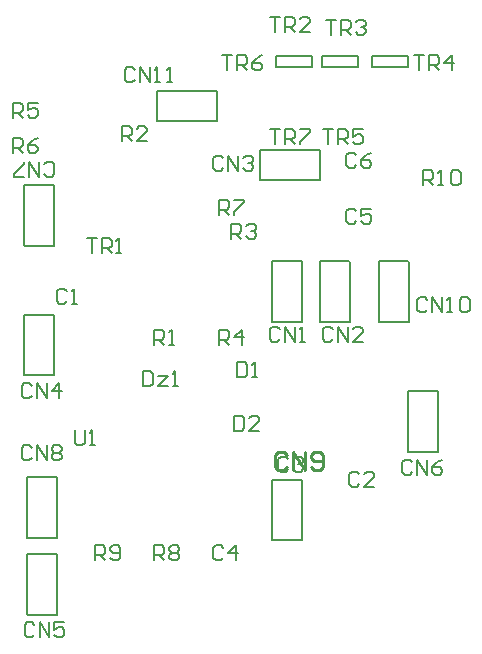
<source format=gto>
%FSLAX43Y43*%
%MOMM*%
G71*
G01*
G75*
G04 Layer_Color=65535*
%ADD10C,0.500*%
%ADD11R,2.700X1.600*%
%ADD12R,1.000X0.850*%
%ADD13R,1.400X1.000*%
%ADD14R,0.900X0.800*%
%ADD15R,2.950X1.450*%
%ADD16R,1.450X2.950*%
%ADD17R,1.600X1.300*%
%ADD18R,1.600X2.000*%
%ADD19R,1.000X0.700*%
%ADD20R,0.600X0.700*%
%ADD21R,0.700X0.600*%
%ADD22R,0.700X1.000*%
%ADD23R,0.500X0.850*%
%ADD24C,1.800*%
%ADD25R,1.800X1.800*%
%ADD26C,1.900*%
%ADD27R,1.800X1.800*%
%ADD28C,1.000*%
%ADD29C,1.270*%
%ADD30C,0.127*%
%ADD31C,0.254*%
%ADD32C,0.203*%
D30*
X68730Y50840D02*
X71240D01*
X68730Y45690D02*
Y50840D01*
Y45690D02*
X71270D01*
Y50740D01*
Y50810D01*
Y69240D02*
Y69310D01*
Y64190D02*
Y69240D01*
X68730Y64190D02*
X71270D01*
X68730D02*
Y69340D01*
X71240D01*
X75270Y69240D02*
Y69310D01*
Y64190D02*
Y69240D01*
X72730Y64190D02*
X75270D01*
X72730D02*
Y69340D01*
X75240D01*
X67690Y78770D02*
X67760D01*
X72810D01*
Y76230D02*
Y78770D01*
X67660Y76230D02*
X72810D01*
X67660D02*
Y78740D01*
X47760Y59660D02*
X50270D01*
Y64810D01*
X47730D02*
X50270D01*
X47730Y59760D02*
Y64810D01*
Y59690D02*
Y59760D01*
X48010Y39410D02*
X50520D01*
Y44560D01*
X47980D02*
X50520D01*
X47980Y39510D02*
Y44560D01*
Y39440D02*
Y39510D01*
X80260Y53160D02*
X82770D01*
Y58310D01*
X80230D02*
X82770D01*
X80230Y53260D02*
Y58310D01*
Y53190D02*
Y53260D01*
X47730Y70690D02*
Y70760D01*
Y75810D01*
X50270D01*
Y70660D02*
Y75810D01*
X47760Y70660D02*
X50270D01*
X80270Y69240D02*
Y69310D01*
Y64190D02*
Y69240D01*
X77730Y64190D02*
X80270D01*
X77730D02*
Y69340D01*
X80240D01*
X77212Y86750D02*
X80212D01*
Y85750D02*
Y86750D01*
X77212Y85750D02*
Y86750D01*
Y85750D02*
X80212D01*
X72962D02*
X75962D01*
X72962D02*
Y86750D01*
X75962Y85750D02*
Y86750D01*
X72962D02*
X75962D01*
X69062Y85750D02*
X72062D01*
X69062D02*
Y86750D01*
X72062Y85750D02*
Y86750D01*
X69062D02*
X72062D01*
X64090Y81260D02*
Y83770D01*
X58940D02*
X64090D01*
X58940Y81230D02*
Y83770D01*
Y81230D02*
X63990D01*
X64060D01*
X50520Y50990D02*
Y51060D01*
Y45940D02*
Y50990D01*
X47980Y45940D02*
X50520D01*
X47980D02*
Y51090D01*
X50490D01*
D31*
X69936Y52930D02*
X69682Y53184D01*
X69174D01*
X68921Y52930D01*
Y51915D01*
X69174Y51661D01*
X69682D01*
X69936Y51915D01*
X70444Y51661D02*
Y53184D01*
X71460Y51661D01*
Y53184D01*
X71968Y51915D02*
X72221Y51661D01*
X72729D01*
X72983Y51915D01*
Y52930D01*
X72729Y53184D01*
X72221D01*
X71968Y52930D01*
Y52677D01*
X72221Y52423D01*
X72983D01*
D32*
X51346Y66808D02*
X51135Y67020D01*
X50712D01*
X50500Y66808D01*
Y65962D01*
X50712Y65750D01*
X51135D01*
X51346Y65962D01*
X51770Y65750D02*
X52193D01*
X51981D01*
Y67020D01*
X51770Y66808D01*
X76096Y51308D02*
X75885Y51520D01*
X75462D01*
X75250Y51308D01*
Y50462D01*
X75462Y50250D01*
X75885D01*
X76096Y50462D01*
X77366Y50250D02*
X76520D01*
X77366Y51096D01*
Y51308D01*
X77154Y51520D01*
X76731D01*
X76520Y51308D01*
X70096Y52558D02*
X69885Y52770D01*
X69462D01*
X69250Y52558D01*
Y51712D01*
X69462Y51500D01*
X69885D01*
X70096Y51712D01*
X70520Y52558D02*
X70731Y52770D01*
X71154D01*
X71366Y52558D01*
Y52346D01*
X71154Y52135D01*
X70943D01*
X71154D01*
X71366Y51923D01*
Y51712D01*
X71154Y51500D01*
X70731D01*
X70520Y51712D01*
X64596Y45058D02*
X64385Y45270D01*
X63962D01*
X63750Y45058D01*
Y44212D01*
X63962Y44000D01*
X64385D01*
X64596Y44212D01*
X65654Y44000D02*
Y45270D01*
X65020Y44635D01*
X65866D01*
X69346Y63558D02*
X69135Y63770D01*
X68712D01*
X68500Y63558D01*
Y62712D01*
X68712Y62500D01*
X69135D01*
X69346Y62712D01*
X69770Y62500D02*
Y63770D01*
X70616Y62500D01*
Y63770D01*
X71039Y62500D02*
X71462D01*
X71251D01*
Y63770D01*
X71039Y63558D01*
X73846D02*
X73635Y63770D01*
X73212D01*
X73000Y63558D01*
Y62712D01*
X73212Y62500D01*
X73635D01*
X73846Y62712D01*
X74270Y62500D02*
Y63770D01*
X75116Y62500D01*
Y63770D01*
X76386Y62500D02*
X75539D01*
X76386Y63346D01*
Y63558D01*
X76174Y63770D01*
X75751D01*
X75539Y63558D01*
X64596Y78058D02*
X64385Y78270D01*
X63962D01*
X63750Y78058D01*
Y77212D01*
X63962Y77000D01*
X64385D01*
X64596Y77212D01*
X65020Y77000D02*
Y78270D01*
X65866Y77000D01*
Y78270D01*
X66289Y78058D02*
X66501Y78270D01*
X66924D01*
X67136Y78058D01*
Y77846D01*
X66924Y77635D01*
X66712D01*
X66924D01*
X67136Y77423D01*
Y77212D01*
X66924Y77000D01*
X66501D01*
X66289Y77212D01*
X48346Y58808D02*
X48135Y59020D01*
X47712D01*
X47500Y58808D01*
Y57962D01*
X47712Y57750D01*
X48135D01*
X48346Y57962D01*
X48770Y57750D02*
Y59020D01*
X49616Y57750D01*
Y59020D01*
X50674Y57750D02*
Y59020D01*
X50039Y58385D01*
X50886D01*
X48596Y38558D02*
X48385Y38770D01*
X47962D01*
X47750Y38558D01*
Y37712D01*
X47962Y37500D01*
X48385D01*
X48596Y37712D01*
X49020Y37500D02*
Y38770D01*
X49866Y37500D01*
Y38770D01*
X51136D02*
X50289D01*
Y38135D01*
X50712Y38346D01*
X50924D01*
X51136Y38135D01*
Y37712D01*
X50924Y37500D01*
X50501D01*
X50289Y37712D01*
X80596Y52308D02*
X80385Y52520D01*
X79962D01*
X79750Y52308D01*
Y51462D01*
X79962Y51250D01*
X80385D01*
X80596Y51462D01*
X81020Y51250D02*
Y52520D01*
X81866Y51250D01*
Y52520D01*
X83136D02*
X82712Y52308D01*
X82289Y51885D01*
Y51462D01*
X82501Y51250D01*
X82924D01*
X83136Y51462D01*
Y51673D01*
X82924Y51885D01*
X82289D01*
X49404Y76692D02*
X49615Y76480D01*
X50038D01*
X50250Y76692D01*
Y77538D01*
X50038Y77750D01*
X49615D01*
X49404Y77538D01*
X48980Y77750D02*
Y76480D01*
X48134Y77750D01*
Y76480D01*
X47711D02*
X46864D01*
Y76692D01*
X47711Y77538D01*
Y77750D01*
X65750Y60770D02*
Y59500D01*
X66385D01*
X66596Y59712D01*
Y60558D01*
X66385Y60770D01*
X65750D01*
X67020Y59500D02*
X67443D01*
X67231D01*
Y60770D01*
X67020Y60558D01*
X65500Y56270D02*
Y55000D01*
X66135D01*
X66346Y55212D01*
Y56058D01*
X66135Y56270D01*
X65500D01*
X67616Y55000D02*
X66770D01*
X67616Y55846D01*
Y56058D01*
X67404Y56270D01*
X66981D01*
X66770Y56058D01*
X57750Y60020D02*
Y58750D01*
X58385D01*
X58596Y58962D01*
Y59808D01*
X58385Y60020D01*
X57750D01*
X59020Y59596D02*
X59866D01*
X59020Y58750D01*
X59866D01*
X60289D02*
X60712D01*
X60501D01*
Y60020D01*
X60289Y59808D01*
X58750Y62250D02*
Y63520D01*
X59385D01*
X59596Y63308D01*
Y62885D01*
X59385Y62673D01*
X58750D01*
X59173D02*
X59596Y62250D01*
X60020D02*
X60443D01*
X60231D01*
Y63520D01*
X60020Y63308D01*
X56000Y79500D02*
Y80770D01*
X56635D01*
X56846Y80558D01*
Y80135D01*
X56635Y79923D01*
X56000D01*
X56423D02*
X56846Y79500D01*
X58116D02*
X57270D01*
X58116Y80346D01*
Y80558D01*
X57904Y80770D01*
X57481D01*
X57270Y80558D01*
X64250Y62250D02*
Y63520D01*
X64885D01*
X65096Y63308D01*
Y62885D01*
X64885Y62673D01*
X64250D01*
X64673D02*
X65096Y62250D01*
X66154D02*
Y63520D01*
X65520Y62885D01*
X66366D01*
X65250Y71250D02*
Y72520D01*
X65885D01*
X66096Y72308D01*
Y71885D01*
X65885Y71673D01*
X65250D01*
X65673D02*
X66096Y71250D01*
X66520Y72308D02*
X66731Y72520D01*
X67154D01*
X67366Y72308D01*
Y72096D01*
X67154Y71885D01*
X66943D01*
X67154D01*
X67366Y71673D01*
Y71462D01*
X67154Y71250D01*
X66731D01*
X66520Y71462D01*
X46750Y81500D02*
Y82770D01*
X47385D01*
X47596Y82558D01*
Y82135D01*
X47385Y81923D01*
X46750D01*
X47173D02*
X47596Y81500D01*
X48866Y82770D02*
X48020D01*
Y82135D01*
X48443Y82346D01*
X48654D01*
X48866Y82135D01*
Y81712D01*
X48654Y81500D01*
X48231D01*
X48020Y81712D01*
X46750Y78500D02*
Y79770D01*
X47385D01*
X47596Y79558D01*
Y79135D01*
X47385Y78923D01*
X46750D01*
X47173D02*
X47596Y78500D01*
X48866Y79770D02*
X48443Y79558D01*
X48020Y79135D01*
Y78712D01*
X48231Y78500D01*
X48654D01*
X48866Y78712D01*
Y78923D01*
X48654Y79135D01*
X48020D01*
X64250Y73250D02*
Y74520D01*
X64885D01*
X65096Y74308D01*
Y73885D01*
X64885Y73673D01*
X64250D01*
X64673D02*
X65096Y73250D01*
X65520Y74520D02*
X66366D01*
Y74308D01*
X65520Y73462D01*
Y73250D01*
X58750Y44000D02*
Y45270D01*
X59385D01*
X59596Y45058D01*
Y44635D01*
X59385Y44423D01*
X58750D01*
X59173D02*
X59596Y44000D01*
X60020Y45058D02*
X60231Y45270D01*
X60654D01*
X60866Y45058D01*
Y44846D01*
X60654Y44635D01*
X60866Y44423D01*
Y44212D01*
X60654Y44000D01*
X60231D01*
X60020Y44212D01*
Y44423D01*
X60231Y44635D01*
X60020Y44846D01*
Y45058D01*
X60231Y44635D02*
X60654D01*
X53750Y44000D02*
Y45270D01*
X54385D01*
X54596Y45058D01*
Y44635D01*
X54385Y44423D01*
X53750D01*
X54173D02*
X54596Y44000D01*
X55020Y44212D02*
X55231Y44000D01*
X55654D01*
X55866Y44212D01*
Y45058D01*
X55654Y45270D01*
X55231D01*
X55020Y45058D01*
Y44846D01*
X55231Y44635D01*
X55866D01*
X53000Y71270D02*
X53846D01*
X53423D01*
Y70000D01*
X54270D02*
Y71270D01*
X54904D01*
X55116Y71058D01*
Y70635D01*
X54904Y70423D01*
X54270D01*
X54693D02*
X55116Y70000D01*
X55539D02*
X55962D01*
X55751D01*
Y71270D01*
X55539Y71058D01*
X52000Y55020D02*
Y53962D01*
X52212Y53750D01*
X52635D01*
X52846Y53962D01*
Y55020D01*
X53270Y53750D02*
X53693D01*
X53481D01*
Y55020D01*
X53270Y54808D01*
X81846Y66058D02*
X81635Y66270D01*
X81212D01*
X81000Y66058D01*
Y65212D01*
X81212Y65000D01*
X81635D01*
X81846Y65212D01*
X82270Y65000D02*
Y66270D01*
X83116Y65000D01*
Y66270D01*
X83539Y65000D02*
X83962D01*
X83751D01*
Y66270D01*
X83539Y66058D01*
X84597D02*
X84809Y66270D01*
X85232D01*
X85444Y66058D01*
Y65212D01*
X85232Y65000D01*
X84809D01*
X84597Y65212D01*
Y66058D01*
X68500Y80520D02*
X69346D01*
X68923D01*
Y79250D01*
X69770D02*
Y80520D01*
X70404D01*
X70616Y80308D01*
Y79885D01*
X70404Y79673D01*
X69770D01*
X70193D02*
X70616Y79250D01*
X71039Y80520D02*
X71886D01*
Y80308D01*
X71039Y79462D01*
Y79250D01*
X64500Y86770D02*
X65346D01*
X64923D01*
Y85500D01*
X65770D02*
Y86770D01*
X66404D01*
X66616Y86558D01*
Y86135D01*
X66404Y85923D01*
X65770D01*
X66193D02*
X66616Y85500D01*
X67886Y86770D02*
X67462Y86558D01*
X67039Y86135D01*
Y85712D01*
X67251Y85500D01*
X67674D01*
X67886Y85712D01*
Y85923D01*
X67674Y86135D01*
X67039D01*
X73000Y80520D02*
X73846D01*
X73423D01*
Y79250D01*
X74270D02*
Y80520D01*
X74904D01*
X75116Y80308D01*
Y79885D01*
X74904Y79673D01*
X74270D01*
X74693D02*
X75116Y79250D01*
X76386Y80520D02*
X75539D01*
Y79885D01*
X75962Y80096D01*
X76174D01*
X76386Y79885D01*
Y79462D01*
X76174Y79250D01*
X75751D01*
X75539Y79462D01*
X80750Y86770D02*
X81596D01*
X81173D01*
Y85500D01*
X82020D02*
Y86770D01*
X82654D01*
X82866Y86558D01*
Y86135D01*
X82654Y85923D01*
X82020D01*
X82443D02*
X82866Y85500D01*
X83924D02*
Y86770D01*
X83289Y86135D01*
X84136D01*
X73250Y89770D02*
X74096D01*
X73673D01*
Y88500D01*
X74520D02*
Y89770D01*
X75154D01*
X75366Y89558D01*
Y89135D01*
X75154Y88923D01*
X74520D01*
X74943D02*
X75366Y88500D01*
X75789Y89558D02*
X76001Y89770D01*
X76424D01*
X76636Y89558D01*
Y89346D01*
X76424Y89135D01*
X76212D01*
X76424D01*
X76636Y88923D01*
Y88712D01*
X76424Y88500D01*
X76001D01*
X75789Y88712D01*
X68500Y90020D02*
X69346D01*
X68923D01*
Y88750D01*
X69770D02*
Y90020D01*
X70404D01*
X70616Y89808D01*
Y89385D01*
X70404Y89173D01*
X69770D01*
X70193D02*
X70616Y88750D01*
X71886D02*
X71039D01*
X71886Y89596D01*
Y89808D01*
X71674Y90020D01*
X71251D01*
X71039Y89808D01*
X81500Y75750D02*
Y77020D01*
X82135D01*
X82346Y76808D01*
Y76385D01*
X82135Y76173D01*
X81500D01*
X81923D02*
X82346Y75750D01*
X82770D02*
X83193D01*
X82981D01*
Y77020D01*
X82770Y76808D01*
X83828D02*
X84039Y77020D01*
X84462D01*
X84674Y76808D01*
Y75962D01*
X84462Y75750D01*
X84039D01*
X83828Y75962D01*
Y76808D01*
X57096Y85558D02*
X56885Y85770D01*
X56462D01*
X56250Y85558D01*
Y84712D01*
X56462Y84500D01*
X56885D01*
X57096Y84712D01*
X57520Y84500D02*
Y85770D01*
X58366Y84500D01*
Y85770D01*
X58789Y84500D02*
X59212D01*
X59001D01*
Y85770D01*
X58789Y85558D01*
X59847Y84500D02*
X60270D01*
X60059D01*
Y85770D01*
X59847Y85558D01*
X75846Y78308D02*
X75635Y78520D01*
X75212D01*
X75000Y78308D01*
Y77462D01*
X75212Y77250D01*
X75635D01*
X75846Y77462D01*
X77116Y78520D02*
X76693Y78308D01*
X76270Y77885D01*
Y77462D01*
X76481Y77250D01*
X76904D01*
X77116Y77462D01*
Y77673D01*
X76904Y77885D01*
X76270D01*
X75846Y73558D02*
X75635Y73770D01*
X75212D01*
X75000Y73558D01*
Y72712D01*
X75212Y72500D01*
X75635D01*
X75846Y72712D01*
X77116Y73770D02*
X76270D01*
Y73135D01*
X76693Y73346D01*
X76904D01*
X77116Y73135D01*
Y72712D01*
X76904Y72500D01*
X76481D01*
X76270Y72712D01*
X48346Y53558D02*
X48135Y53770D01*
X47712D01*
X47500Y53558D01*
Y52712D01*
X47712Y52500D01*
X48135D01*
X48346Y52712D01*
X48770Y52500D02*
Y53770D01*
X49616Y52500D01*
Y53770D01*
X50039Y53558D02*
X50251Y53770D01*
X50674D01*
X50886Y53558D01*
Y53346D01*
X50674Y53135D01*
X50886Y52923D01*
Y52712D01*
X50674Y52500D01*
X50251D01*
X50039Y52712D01*
Y52923D01*
X50251Y53135D01*
X50039Y53346D01*
Y53558D01*
X50251Y53135D02*
X50674D01*
M02*

</source>
